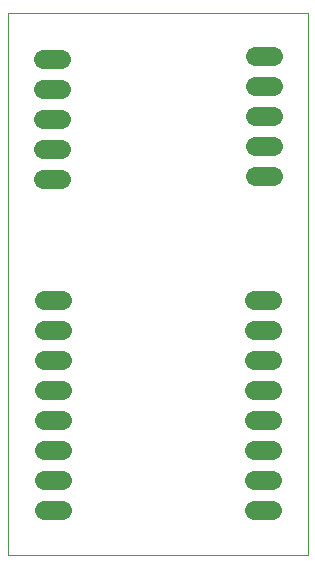
<source format=gbs>
G75*
%MOIN*%
%OFA0B0*%
%FSLAX25Y25*%
%IPPOS*%
%LPD*%
%AMOC8*
5,1,8,0,0,1.08239X$1,22.5*
%
%ADD10C,0.00000*%
%ADD11C,0.06400*%
D10*
X0002000Y0001000D02*
X0002000Y0181800D01*
X0102000Y0181800D01*
X0102000Y0001000D01*
X0002000Y0001000D01*
D11*
X0014000Y0016000D02*
X0020000Y0016000D01*
X0020000Y0026000D02*
X0014000Y0026000D01*
X0014000Y0036000D02*
X0020000Y0036000D01*
X0020000Y0046000D02*
X0014000Y0046000D01*
X0014000Y0056000D02*
X0020000Y0056000D01*
X0020000Y0066000D02*
X0014000Y0066000D01*
X0014000Y0076000D02*
X0020000Y0076000D01*
X0020000Y0086000D02*
X0014000Y0086000D01*
X0013800Y0126600D02*
X0019800Y0126600D01*
X0019800Y0136600D02*
X0013800Y0136600D01*
X0013800Y0146600D02*
X0019800Y0146600D01*
X0019800Y0156600D02*
X0013800Y0156600D01*
X0013800Y0166600D02*
X0019800Y0166600D01*
X0084600Y0167400D02*
X0090600Y0167400D01*
X0090600Y0157400D02*
X0084600Y0157400D01*
X0084600Y0147400D02*
X0090600Y0147400D01*
X0090600Y0137400D02*
X0084600Y0137400D01*
X0084600Y0127400D02*
X0090600Y0127400D01*
X0090000Y0086000D02*
X0084000Y0086000D01*
X0084000Y0076000D02*
X0090000Y0076000D01*
X0090000Y0066000D02*
X0084000Y0066000D01*
X0084000Y0056000D02*
X0090000Y0056000D01*
X0090000Y0046000D02*
X0084000Y0046000D01*
X0084000Y0036000D02*
X0090000Y0036000D01*
X0090000Y0026000D02*
X0084000Y0026000D01*
X0084000Y0016000D02*
X0090000Y0016000D01*
M02*

</source>
